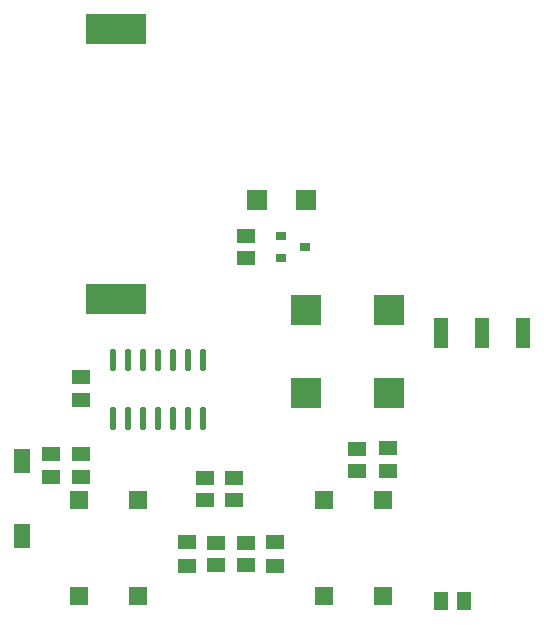
<source format=gbr>
G04 EAGLE Gerber RS-274X export*
G75*
%MOMM*%
%FSLAX34Y34*%
%LPD*%
%INSolderpaste Top*%
%IPPOS*%
%AMOC8*
5,1,8,0,0,1.08239X$1,22.5*%
G01*
%ADD10R,5.100000X2.500000*%
%ADD11R,1.600000X1.300000*%
%ADD12R,1.800000X1.700000*%
%ADD13R,0.900000X0.800000*%
%ADD14R,1.450000X2.100000*%
%ADD15R,1.500000X1.500000*%
%ADD16R,2.500000X2.500000*%
%ADD17C,0.025000*%
%ADD18C,0.295000*%
%ADD19R,1.270000X2.540000*%
%ADD20R,1.300000X1.500000*%


D10*
X900000Y2075500D03*
X900000Y2304500D03*
D11*
X870000Y1990000D03*
X870000Y2010000D03*
X870000Y1945000D03*
X870000Y1925000D03*
X1035000Y1870000D03*
X1035000Y1850000D03*
X960000Y1870000D03*
X960000Y1850000D03*
X1130000Y1950000D03*
X1130000Y1930000D03*
D12*
X1060500Y2160000D03*
X1019500Y2160000D03*
D13*
X1060000Y2120000D03*
X1040000Y2129500D03*
X1040000Y2110500D03*
D11*
X845000Y1944500D03*
X845000Y1925500D03*
X1010000Y1869500D03*
X1010000Y1850500D03*
X985000Y1869500D03*
X985000Y1850500D03*
X1010000Y2110500D03*
X1010000Y2129500D03*
X975000Y1924500D03*
X975000Y1905500D03*
X1103900Y1929900D03*
X1103900Y1948900D03*
X1000000Y1905500D03*
X1000000Y1924500D03*
D14*
X820000Y1875000D03*
X820000Y1938500D03*
D15*
X1076000Y1905500D03*
X1126000Y1905500D03*
X1076000Y1824500D03*
X1126000Y1824500D03*
X919000Y1824500D03*
X869000Y1824500D03*
X919000Y1905500D03*
X869000Y1905500D03*
D16*
X1060900Y1996700D03*
D17*
X1118525Y1984325D02*
X1143275Y1984325D01*
X1118525Y1984325D02*
X1118525Y2009075D01*
X1143275Y2009075D01*
X1143275Y1984325D01*
X1143275Y1984562D02*
X1118525Y1984562D01*
X1118525Y1984799D02*
X1143275Y1984799D01*
X1143275Y1985036D02*
X1118525Y1985036D01*
X1118525Y1985273D02*
X1143275Y1985273D01*
X1143275Y1985510D02*
X1118525Y1985510D01*
X1118525Y1985747D02*
X1143275Y1985747D01*
X1143275Y1985984D02*
X1118525Y1985984D01*
X1118525Y1986221D02*
X1143275Y1986221D01*
X1143275Y1986458D02*
X1118525Y1986458D01*
X1118525Y1986695D02*
X1143275Y1986695D01*
X1143275Y1986932D02*
X1118525Y1986932D01*
X1118525Y1987169D02*
X1143275Y1987169D01*
X1143275Y1987406D02*
X1118525Y1987406D01*
X1118525Y1987643D02*
X1143275Y1987643D01*
X1143275Y1987880D02*
X1118525Y1987880D01*
X1118525Y1988117D02*
X1143275Y1988117D01*
X1143275Y1988354D02*
X1118525Y1988354D01*
X1118525Y1988591D02*
X1143275Y1988591D01*
X1143275Y1988828D02*
X1118525Y1988828D01*
X1118525Y1989065D02*
X1143275Y1989065D01*
X1143275Y1989302D02*
X1118525Y1989302D01*
X1118525Y1989539D02*
X1143275Y1989539D01*
X1143275Y1989776D02*
X1118525Y1989776D01*
X1118525Y1990013D02*
X1143275Y1990013D01*
X1143275Y1990250D02*
X1118525Y1990250D01*
X1118525Y1990487D02*
X1143275Y1990487D01*
X1143275Y1990724D02*
X1118525Y1990724D01*
X1118525Y1990961D02*
X1143275Y1990961D01*
X1143275Y1991198D02*
X1118525Y1991198D01*
X1118525Y1991435D02*
X1143275Y1991435D01*
X1143275Y1991672D02*
X1118525Y1991672D01*
X1118525Y1991909D02*
X1143275Y1991909D01*
X1143275Y1992146D02*
X1118525Y1992146D01*
X1118525Y1992383D02*
X1143275Y1992383D01*
X1143275Y1992620D02*
X1118525Y1992620D01*
X1118525Y1992857D02*
X1143275Y1992857D01*
X1143275Y1993094D02*
X1118525Y1993094D01*
X1118525Y1993331D02*
X1143275Y1993331D01*
X1143275Y1993568D02*
X1118525Y1993568D01*
X1118525Y1993805D02*
X1143275Y1993805D01*
X1143275Y1994042D02*
X1118525Y1994042D01*
X1118525Y1994279D02*
X1143275Y1994279D01*
X1143275Y1994516D02*
X1118525Y1994516D01*
X1118525Y1994753D02*
X1143275Y1994753D01*
X1143275Y1994990D02*
X1118525Y1994990D01*
X1118525Y1995227D02*
X1143275Y1995227D01*
X1143275Y1995464D02*
X1118525Y1995464D01*
X1118525Y1995701D02*
X1143275Y1995701D01*
X1143275Y1995938D02*
X1118525Y1995938D01*
X1118525Y1996175D02*
X1143275Y1996175D01*
X1143275Y1996412D02*
X1118525Y1996412D01*
X1118525Y1996649D02*
X1143275Y1996649D01*
X1143275Y1996886D02*
X1118525Y1996886D01*
X1118525Y1997123D02*
X1143275Y1997123D01*
X1143275Y1997360D02*
X1118525Y1997360D01*
X1118525Y1997597D02*
X1143275Y1997597D01*
X1143275Y1997834D02*
X1118525Y1997834D01*
X1118525Y1998071D02*
X1143275Y1998071D01*
X1143275Y1998308D02*
X1118525Y1998308D01*
X1118525Y1998545D02*
X1143275Y1998545D01*
X1143275Y1998782D02*
X1118525Y1998782D01*
X1118525Y1999019D02*
X1143275Y1999019D01*
X1143275Y1999256D02*
X1118525Y1999256D01*
X1118525Y1999493D02*
X1143275Y1999493D01*
X1143275Y1999730D02*
X1118525Y1999730D01*
X1118525Y1999967D02*
X1143275Y1999967D01*
X1143275Y2000204D02*
X1118525Y2000204D01*
X1118525Y2000441D02*
X1143275Y2000441D01*
X1143275Y2000678D02*
X1118525Y2000678D01*
X1118525Y2000915D02*
X1143275Y2000915D01*
X1143275Y2001152D02*
X1118525Y2001152D01*
X1118525Y2001389D02*
X1143275Y2001389D01*
X1143275Y2001626D02*
X1118525Y2001626D01*
X1118525Y2001863D02*
X1143275Y2001863D01*
X1143275Y2002100D02*
X1118525Y2002100D01*
X1118525Y2002337D02*
X1143275Y2002337D01*
X1143275Y2002574D02*
X1118525Y2002574D01*
X1118525Y2002811D02*
X1143275Y2002811D01*
X1143275Y2003048D02*
X1118525Y2003048D01*
X1118525Y2003285D02*
X1143275Y2003285D01*
X1143275Y2003522D02*
X1118525Y2003522D01*
X1118525Y2003759D02*
X1143275Y2003759D01*
X1143275Y2003996D02*
X1118525Y2003996D01*
X1118525Y2004233D02*
X1143275Y2004233D01*
X1143275Y2004470D02*
X1118525Y2004470D01*
X1118525Y2004707D02*
X1143275Y2004707D01*
X1143275Y2004944D02*
X1118525Y2004944D01*
X1118525Y2005181D02*
X1143275Y2005181D01*
X1143275Y2005418D02*
X1118525Y2005418D01*
X1118525Y2005655D02*
X1143275Y2005655D01*
X1143275Y2005892D02*
X1118525Y2005892D01*
X1118525Y2006129D02*
X1143275Y2006129D01*
X1143275Y2006366D02*
X1118525Y2006366D01*
X1118525Y2006603D02*
X1143275Y2006603D01*
X1143275Y2006840D02*
X1118525Y2006840D01*
X1118525Y2007077D02*
X1143275Y2007077D01*
X1143275Y2007314D02*
X1118525Y2007314D01*
X1118525Y2007551D02*
X1143275Y2007551D01*
X1143275Y2007788D02*
X1118525Y2007788D01*
X1118525Y2008025D02*
X1143275Y2008025D01*
X1143275Y2008262D02*
X1118525Y2008262D01*
X1118525Y2008499D02*
X1143275Y2008499D01*
X1143275Y2008736D02*
X1118525Y2008736D01*
X1118525Y2008973D02*
X1143275Y2008973D01*
D16*
X1060900Y2066700D03*
X1130900Y2066700D03*
D18*
X898375Y1983475D02*
X898375Y1966925D01*
X895425Y1966925D01*
X895425Y1983475D01*
X898375Y1983475D01*
X898375Y1969727D02*
X895425Y1969727D01*
X895425Y1972529D02*
X898375Y1972529D01*
X898375Y1975331D02*
X895425Y1975331D01*
X895425Y1978133D02*
X898375Y1978133D01*
X898375Y1980935D02*
X895425Y1980935D01*
X911075Y1983475D02*
X911075Y1966925D01*
X908125Y1966925D01*
X908125Y1983475D01*
X911075Y1983475D01*
X911075Y1969727D02*
X908125Y1969727D01*
X908125Y1972529D02*
X911075Y1972529D01*
X911075Y1975331D02*
X908125Y1975331D01*
X908125Y1978133D02*
X911075Y1978133D01*
X911075Y1980935D02*
X908125Y1980935D01*
X923775Y1983475D02*
X923775Y1966925D01*
X920825Y1966925D01*
X920825Y1983475D01*
X923775Y1983475D01*
X923775Y1969727D02*
X920825Y1969727D01*
X920825Y1972529D02*
X923775Y1972529D01*
X923775Y1975331D02*
X920825Y1975331D01*
X920825Y1978133D02*
X923775Y1978133D01*
X923775Y1980935D02*
X920825Y1980935D01*
X936475Y1983475D02*
X936475Y1966925D01*
X933525Y1966925D01*
X933525Y1983475D01*
X936475Y1983475D01*
X936475Y1969727D02*
X933525Y1969727D01*
X933525Y1972529D02*
X936475Y1972529D01*
X936475Y1975331D02*
X933525Y1975331D01*
X933525Y1978133D02*
X936475Y1978133D01*
X936475Y1980935D02*
X933525Y1980935D01*
X949175Y1983475D02*
X949175Y1966925D01*
X946225Y1966925D01*
X946225Y1983475D01*
X949175Y1983475D01*
X949175Y1969727D02*
X946225Y1969727D01*
X946225Y1972529D02*
X949175Y1972529D01*
X949175Y1975331D02*
X946225Y1975331D01*
X946225Y1978133D02*
X949175Y1978133D01*
X949175Y1980935D02*
X946225Y1980935D01*
X961875Y1983475D02*
X961875Y1966925D01*
X958925Y1966925D01*
X958925Y1983475D01*
X961875Y1983475D01*
X961875Y1969727D02*
X958925Y1969727D01*
X958925Y1972529D02*
X961875Y1972529D01*
X961875Y1975331D02*
X958925Y1975331D01*
X958925Y1978133D02*
X961875Y1978133D01*
X961875Y1980935D02*
X958925Y1980935D01*
X974575Y1983475D02*
X974575Y1966925D01*
X971625Y1966925D01*
X971625Y1983475D01*
X974575Y1983475D01*
X974575Y1969727D02*
X971625Y1969727D01*
X971625Y1972529D02*
X974575Y1972529D01*
X974575Y1975331D02*
X971625Y1975331D01*
X971625Y1978133D02*
X974575Y1978133D01*
X974575Y1980935D02*
X971625Y1980935D01*
X974575Y2016525D02*
X974575Y2033075D01*
X974575Y2016525D02*
X971625Y2016525D01*
X971625Y2033075D01*
X974575Y2033075D01*
X974575Y2019327D02*
X971625Y2019327D01*
X971625Y2022129D02*
X974575Y2022129D01*
X974575Y2024931D02*
X971625Y2024931D01*
X971625Y2027733D02*
X974575Y2027733D01*
X974575Y2030535D02*
X971625Y2030535D01*
X961875Y2033075D02*
X961875Y2016525D01*
X958925Y2016525D01*
X958925Y2033075D01*
X961875Y2033075D01*
X961875Y2019327D02*
X958925Y2019327D01*
X958925Y2022129D02*
X961875Y2022129D01*
X961875Y2024931D02*
X958925Y2024931D01*
X958925Y2027733D02*
X961875Y2027733D01*
X961875Y2030535D02*
X958925Y2030535D01*
X949175Y2033075D02*
X949175Y2016525D01*
X946225Y2016525D01*
X946225Y2033075D01*
X949175Y2033075D01*
X949175Y2019327D02*
X946225Y2019327D01*
X946225Y2022129D02*
X949175Y2022129D01*
X949175Y2024931D02*
X946225Y2024931D01*
X946225Y2027733D02*
X949175Y2027733D01*
X949175Y2030535D02*
X946225Y2030535D01*
X936475Y2033075D02*
X936475Y2016525D01*
X933525Y2016525D01*
X933525Y2033075D01*
X936475Y2033075D01*
X936475Y2019327D02*
X933525Y2019327D01*
X933525Y2022129D02*
X936475Y2022129D01*
X936475Y2024931D02*
X933525Y2024931D01*
X933525Y2027733D02*
X936475Y2027733D01*
X936475Y2030535D02*
X933525Y2030535D01*
X923775Y2033075D02*
X923775Y2016525D01*
X920825Y2016525D01*
X920825Y2033075D01*
X923775Y2033075D01*
X923775Y2019327D02*
X920825Y2019327D01*
X920825Y2022129D02*
X923775Y2022129D01*
X923775Y2024931D02*
X920825Y2024931D01*
X920825Y2027733D02*
X923775Y2027733D01*
X923775Y2030535D02*
X920825Y2030535D01*
X911075Y2033075D02*
X911075Y2016525D01*
X908125Y2016525D01*
X908125Y2033075D01*
X911075Y2033075D01*
X911075Y2019327D02*
X908125Y2019327D01*
X908125Y2022129D02*
X911075Y2022129D01*
X911075Y2024931D02*
X908125Y2024931D01*
X908125Y2027733D02*
X911075Y2027733D01*
X911075Y2030535D02*
X908125Y2030535D01*
X898375Y2033075D02*
X898375Y2016525D01*
X895425Y2016525D01*
X895425Y2033075D01*
X898375Y2033075D01*
X898375Y2019327D02*
X895425Y2019327D01*
X895425Y2022129D02*
X898375Y2022129D01*
X898375Y2024931D02*
X895425Y2024931D01*
X895425Y2027733D02*
X898375Y2027733D01*
X898375Y2030535D02*
X895425Y2030535D01*
D19*
X1245000Y2047000D03*
X1210000Y2047000D03*
X1175000Y2047000D03*
D20*
X1175500Y1820000D03*
X1194500Y1820000D03*
M02*

</source>
